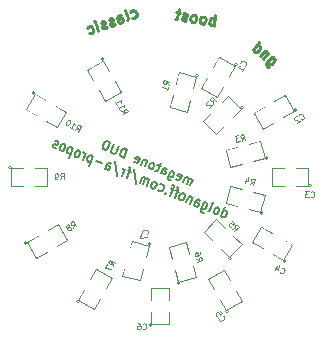
<source format=gbo>
%FSLAX46Y46*%
G04 Gerber Fmt 4.6, Leading zero omitted, Abs format (unit mm)*
G04 Created by KiCad (PCBNEW (2014-10-18 BZR 5203)-product) date 03/11/2014 16:13:10*
%MOMM*%
G01*
G04 APERTURE LIST*
%ADD10C,0.100000*%
%ADD11C,0.190500*%
%ADD12C,0.222250*%
%ADD13C,0.099060*%
%ADD14C,0.109220*%
%ADD15R,0.889000X1.397000*%
%ADD16R,1.397000X0.889000*%
%ADD17C,2.000000*%
%ADD18C,2.500000*%
G04 APERTURE END LIST*
D10*
D11*
X177853222Y-81997461D02*
X178046805Y-81527791D01*
X178019150Y-81594887D02*
X177999431Y-81547512D01*
X177946162Y-81486309D01*
X177845519Y-81444827D01*
X177764596Y-81450720D01*
X177703393Y-81503988D01*
X177551292Y-81873014D01*
X177703393Y-81503988D02*
X177697500Y-81423065D01*
X177644232Y-81361862D01*
X177543589Y-81320380D01*
X177462665Y-81326273D01*
X177401463Y-81379541D01*
X177249362Y-81748568D01*
X176659328Y-81466127D02*
X176712596Y-81527329D01*
X176846788Y-81582638D01*
X176927710Y-81576746D01*
X176988913Y-81523477D01*
X177099533Y-81255095D01*
X177093639Y-81174172D01*
X177040371Y-81112969D01*
X176906180Y-81057659D01*
X176825257Y-81063553D01*
X176764055Y-81116820D01*
X176736400Y-81183917D01*
X177044223Y-81389286D01*
X176201676Y-80767284D02*
X175966610Y-81337596D01*
X175972503Y-81418520D01*
X175992223Y-81465895D01*
X176045492Y-81527097D01*
X176146135Y-81568580D01*
X176227057Y-81562687D01*
X176021919Y-81203406D02*
X176075187Y-81264608D01*
X176209379Y-81319917D01*
X176290302Y-81314025D01*
X176337677Y-81294304D01*
X176398880Y-81241036D01*
X176481844Y-81039749D01*
X176475951Y-80958826D01*
X176456231Y-80911451D01*
X176402963Y-80850248D01*
X176268771Y-80794938D01*
X176187848Y-80800832D01*
X175370683Y-80974232D02*
X175522785Y-80605206D01*
X175583988Y-80551938D01*
X175664910Y-80546045D01*
X175799102Y-80601355D01*
X175852370Y-80662557D01*
X175384511Y-80940685D02*
X175437779Y-81001887D01*
X175605518Y-81071024D01*
X175686440Y-81065132D01*
X175747644Y-81011863D01*
X175775298Y-80944768D01*
X175769405Y-80863844D01*
X175716137Y-80802642D01*
X175548398Y-80733505D01*
X175495130Y-80672302D01*
X175329432Y-80407771D02*
X175061050Y-80297151D01*
X175325580Y-80131454D02*
X175076687Y-80735314D01*
X175015484Y-80788583D01*
X174934561Y-80794476D01*
X174867466Y-80766821D01*
X174531987Y-80628546D02*
X174612910Y-80622654D01*
X174660285Y-80602933D01*
X174721488Y-80549665D01*
X174804452Y-80348378D01*
X174798559Y-80267455D01*
X174778839Y-80220080D01*
X174725571Y-80158877D01*
X174624927Y-80117395D01*
X174544005Y-80123288D01*
X174496629Y-80143009D01*
X174435426Y-80196277D01*
X174352462Y-80397563D01*
X174358355Y-80478487D01*
X174378076Y-80525862D01*
X174431344Y-80587064D01*
X174531987Y-80628546D01*
X174188805Y-79937638D02*
X173995221Y-80407308D01*
X174161150Y-80004734D02*
X174141431Y-79957359D01*
X174088162Y-79896156D01*
X173987519Y-79854674D01*
X173906596Y-79860567D01*
X173845393Y-79913835D01*
X173693292Y-80282861D01*
X173103258Y-80000421D02*
X173156526Y-80061622D01*
X173290717Y-80116932D01*
X173371640Y-80111040D01*
X173432843Y-80057771D01*
X173543462Y-79789388D01*
X173537569Y-79708465D01*
X173484301Y-79647263D01*
X173350110Y-79591953D01*
X173269187Y-79597846D01*
X173207984Y-79651114D01*
X173180329Y-79718210D01*
X173488153Y-79923580D01*
X172217187Y-79674455D02*
X172507563Y-78969951D01*
X172339824Y-78900814D01*
X172225353Y-78892880D01*
X172130603Y-78932320D01*
X172069400Y-78985589D01*
X171980543Y-79105953D01*
X171939061Y-79206596D01*
X171917299Y-79354615D01*
X171923191Y-79435537D01*
X171962632Y-79530289D01*
X172049449Y-79605318D01*
X172217187Y-79674455D01*
X171803059Y-78679575D02*
X171567993Y-79249888D01*
X171506791Y-79303157D01*
X171459415Y-79322877D01*
X171378493Y-79328770D01*
X171244301Y-79273460D01*
X171191032Y-79212258D01*
X171171313Y-79164883D01*
X171165420Y-79083959D01*
X171400486Y-78513646D01*
X170930816Y-78320063D02*
X170796625Y-78264753D01*
X170715701Y-78270646D01*
X170620951Y-78310087D01*
X170532093Y-78430450D01*
X170435302Y-78665285D01*
X170413540Y-78813304D01*
X170452980Y-78908055D01*
X170506249Y-78969257D01*
X170640441Y-79024567D01*
X170721363Y-79018674D01*
X170816113Y-78979233D01*
X170904971Y-78858869D01*
X171001763Y-78624034D01*
X171023524Y-78476015D01*
X170984084Y-78381265D01*
X170930816Y-78320063D01*
D12*
X172950063Y-67816500D02*
X173044103Y-67827323D01*
X173203224Y-67769408D01*
X173268306Y-67700669D01*
X173293607Y-67646410D01*
X173304430Y-67552370D01*
X173217557Y-67313688D01*
X173148818Y-67248607D01*
X173094559Y-67223305D01*
X173000520Y-67212483D01*
X172841399Y-67270398D01*
X172776316Y-67339136D01*
X172487178Y-68030027D02*
X172552260Y-67961288D01*
X172563082Y-67867249D01*
X172302463Y-67151204D01*
X171810912Y-68276167D02*
X171651645Y-67838584D01*
X171662468Y-67744544D01*
X171727549Y-67675806D01*
X171886671Y-67617890D01*
X171980710Y-67628713D01*
X171796433Y-68236387D02*
X171890473Y-68247210D01*
X172089375Y-68174815D01*
X172154456Y-68106077D01*
X172165279Y-68012038D01*
X172136322Y-67932477D01*
X172067583Y-67867395D01*
X171973544Y-67856572D01*
X171774642Y-67928967D01*
X171680602Y-67918145D01*
X171438411Y-68366696D02*
X171373329Y-68435435D01*
X171214208Y-68493350D01*
X171120168Y-68482527D01*
X171051431Y-68417446D01*
X171036952Y-68377665D01*
X171047774Y-68283626D01*
X171112856Y-68214887D01*
X171232197Y-68171450D01*
X171297278Y-68102713D01*
X171308101Y-68008673D01*
X171293623Y-67968893D01*
X171224884Y-67903811D01*
X171130845Y-67892989D01*
X171011504Y-67936425D01*
X170946422Y-68005163D01*
X170762145Y-68612836D02*
X170697063Y-68681575D01*
X170537942Y-68739491D01*
X170443902Y-68728667D01*
X170375165Y-68663586D01*
X170360686Y-68623805D01*
X170371508Y-68529766D01*
X170436590Y-68461028D01*
X170555931Y-68417591D01*
X170621013Y-68348854D01*
X170631836Y-68254814D01*
X170617357Y-68215034D01*
X170548618Y-68149952D01*
X170454579Y-68139129D01*
X170335238Y-68182566D01*
X170270156Y-68251304D01*
X170060578Y-68913237D02*
X169857874Y-68356312D01*
X169756522Y-68077850D02*
X169810781Y-68103151D01*
X169785479Y-68157410D01*
X169731221Y-68132109D01*
X169756522Y-68077850D01*
X169785479Y-68157410D01*
X169290273Y-69148554D02*
X169384313Y-69159377D01*
X169543434Y-69101462D01*
X169608516Y-69032723D01*
X169633817Y-68978465D01*
X169644640Y-68884425D01*
X169557767Y-68645743D01*
X169489029Y-68580662D01*
X169434769Y-68555359D01*
X169340730Y-68544537D01*
X169181609Y-68602453D01*
X169116527Y-68671190D01*
X179822391Y-68493399D02*
X179976764Y-67617905D01*
X179917956Y-67951426D02*
X179841927Y-67895034D01*
X179675166Y-67865629D01*
X179584435Y-67892617D01*
X179535393Y-67926957D01*
X179479001Y-68002985D01*
X179434894Y-68253127D01*
X179461882Y-68343858D01*
X179496222Y-68392900D01*
X179572250Y-68449292D01*
X179739011Y-68478697D01*
X179829742Y-68451708D01*
X178905207Y-68331675D02*
X178995939Y-68304686D01*
X179044980Y-68270347D01*
X179101373Y-68194318D01*
X179145480Y-67944177D01*
X179118491Y-67853446D01*
X179084152Y-67804404D01*
X179008123Y-67748012D01*
X178883052Y-67725958D01*
X178792321Y-67752946D01*
X178743279Y-67787286D01*
X178686887Y-67863315D01*
X178642781Y-68113456D01*
X178669768Y-68204187D01*
X178704108Y-68253229D01*
X178780137Y-68309622D01*
X178905207Y-68331675D01*
X178113094Y-68192004D02*
X178203826Y-68165015D01*
X178252867Y-68130676D01*
X178309260Y-68054647D01*
X178353366Y-67804506D01*
X178326378Y-67713775D01*
X178292039Y-67664733D01*
X178216009Y-67608341D01*
X178090939Y-67586287D01*
X178000208Y-67613275D01*
X177951166Y-67647615D01*
X177894774Y-67723644D01*
X177850667Y-67973785D01*
X177877655Y-68064517D01*
X177911995Y-68113558D01*
X177988023Y-68169951D01*
X178113094Y-68192004D01*
X177495093Y-68040047D02*
X177404361Y-68067035D01*
X177237601Y-68037631D01*
X177161571Y-67981238D01*
X177134583Y-67890507D01*
X177141935Y-67848816D01*
X177198327Y-67772787D01*
X177289059Y-67745799D01*
X177414129Y-67767852D01*
X177504860Y-67740864D01*
X177561253Y-67664835D01*
X177568604Y-67623145D01*
X177541616Y-67532413D01*
X177465587Y-67476021D01*
X177340516Y-67453968D01*
X177249785Y-67480955D01*
X176965304Y-67387808D02*
X176631783Y-67328999D01*
X176891691Y-67073923D02*
X176759371Y-67824347D01*
X176702979Y-67900375D01*
X176612247Y-67927364D01*
X176528867Y-67912662D01*
X184742674Y-71114632D02*
X184280081Y-71665929D01*
X184258088Y-71757999D01*
X184263305Y-71817640D01*
X184300953Y-71904491D01*
X184398240Y-71986125D01*
X184490310Y-72008119D01*
X184388926Y-71536212D02*
X184426573Y-71623064D01*
X184556290Y-71731909D01*
X184648360Y-71753903D01*
X184708000Y-71748685D01*
X184794853Y-71711038D01*
X184958121Y-71516463D01*
X184980114Y-71424393D01*
X184974896Y-71364752D01*
X184937249Y-71277900D01*
X184807532Y-71169055D01*
X184715463Y-71147061D01*
X184418382Y-70842519D02*
X184037423Y-71296528D01*
X184363959Y-70907378D02*
X184358742Y-70847737D01*
X184321094Y-70760885D01*
X184223806Y-70679251D01*
X184131737Y-70657258D01*
X184044885Y-70694904D01*
X183745560Y-71051626D01*
X183129405Y-70534611D02*
X183700843Y-69853597D01*
X183156617Y-70502181D02*
X183194264Y-70589034D01*
X183323980Y-70697879D01*
X183416051Y-70719872D01*
X183475691Y-70714654D01*
X183562543Y-70677007D01*
X183725811Y-70482432D01*
X183747804Y-70390362D01*
X183742587Y-70330721D01*
X183704939Y-70243870D01*
X183575223Y-70135024D01*
X183483153Y-70113031D01*
D11*
X180433694Y-84654925D02*
X180772466Y-83833003D01*
X180449827Y-84615785D02*
X180500790Y-84682579D01*
X180634981Y-84737889D01*
X180718209Y-84726404D01*
X180767888Y-84701093D01*
X180833701Y-84636642D01*
X180930492Y-84401807D01*
X180929208Y-84309702D01*
X180911793Y-84256735D01*
X180860829Y-84189941D01*
X180726637Y-84134631D01*
X180643410Y-84146116D01*
X179997572Y-84475168D02*
X180080801Y-84463683D01*
X180130480Y-84438372D01*
X180196292Y-84373921D01*
X180293084Y-84139086D01*
X180291799Y-84046981D01*
X180274384Y-83994014D01*
X180223420Y-83927220D01*
X180122777Y-83885738D01*
X180039550Y-83897222D01*
X179989869Y-83922534D01*
X179924058Y-83986984D01*
X179827266Y-84221819D01*
X179828550Y-84313925D01*
X179845966Y-84366891D01*
X179896929Y-84433686D01*
X179997572Y-84475168D01*
X179360163Y-84212447D02*
X179443392Y-84200962D01*
X179509203Y-84136512D01*
X179799578Y-83432008D01*
X179015698Y-83429433D02*
X178741455Y-84094798D01*
X178742739Y-84186904D01*
X178760154Y-84239870D01*
X178811118Y-84306664D01*
X178911762Y-84348147D01*
X178994989Y-84336662D01*
X178805983Y-83938241D02*
X178856946Y-84005036D01*
X178991137Y-84060346D01*
X179074366Y-84048861D01*
X179124045Y-84023549D01*
X179189857Y-83959098D01*
X179286649Y-83724263D01*
X179285364Y-83632158D01*
X179267949Y-83579191D01*
X179216985Y-83512398D01*
X179082794Y-83457088D01*
X178999567Y-83468572D01*
X178152442Y-83714660D02*
X178329894Y-83284130D01*
X178395706Y-83219679D01*
X178478933Y-83208194D01*
X178613124Y-83263504D01*
X178664088Y-83330298D01*
X178168574Y-83675520D02*
X178219537Y-83742315D01*
X178387276Y-83811452D01*
X178470504Y-83799967D01*
X178536316Y-83735517D01*
X178568580Y-83657238D01*
X178567296Y-83565132D01*
X178516332Y-83498339D01*
X178348593Y-83429202D01*
X178297630Y-83362408D01*
X178042811Y-83028438D02*
X177816963Y-83576386D01*
X178010547Y-83106716D02*
X177993132Y-83053749D01*
X177942167Y-82986956D01*
X177841524Y-82945473D01*
X177758297Y-82956958D01*
X177692485Y-83021409D01*
X177515033Y-83451939D01*
X177078911Y-83272183D02*
X177162139Y-83260698D01*
X177211818Y-83235386D01*
X177277630Y-83170935D01*
X177374422Y-82936101D01*
X177373138Y-82843995D01*
X177355723Y-82791029D01*
X177304759Y-82724235D01*
X177204115Y-82682752D01*
X177120888Y-82694237D01*
X177071208Y-82719549D01*
X177005396Y-82783999D01*
X176908604Y-83018834D01*
X176909888Y-83110940D01*
X176927304Y-83163906D01*
X176978267Y-83230700D01*
X177078911Y-83272183D01*
X176868637Y-82544478D02*
X176600254Y-82433859D01*
X176542145Y-83050944D02*
X176832521Y-82346440D01*
X176831238Y-82254334D01*
X176780273Y-82187540D01*
X176713178Y-82159886D01*
X176466063Y-82378549D02*
X176197680Y-82267930D01*
X176139571Y-82885015D02*
X176429947Y-82180511D01*
X176428664Y-82088405D01*
X176377699Y-82021611D01*
X176310604Y-81993956D01*
X175769261Y-82640807D02*
X175719582Y-82666119D01*
X175736997Y-82719086D01*
X175786677Y-82693773D01*
X175769261Y-82640807D01*
X175736997Y-82719086D01*
X175115721Y-82417225D02*
X175166684Y-82484020D01*
X175300876Y-82539329D01*
X175384104Y-82527845D01*
X175433783Y-82502533D01*
X175499595Y-82438082D01*
X175596387Y-82203247D01*
X175595103Y-82111142D01*
X175577688Y-82058175D01*
X175526723Y-81991381D01*
X175392532Y-81936072D01*
X175309305Y-81947556D01*
X174697015Y-82290436D02*
X174780243Y-82278951D01*
X174829922Y-82253640D01*
X174895734Y-82189189D01*
X174992526Y-81954354D01*
X174991242Y-81862249D01*
X174973827Y-81809282D01*
X174922863Y-81742488D01*
X174822219Y-81701006D01*
X174738992Y-81712490D01*
X174689312Y-81737802D01*
X174623500Y-81802252D01*
X174526708Y-82037087D01*
X174527992Y-82129193D01*
X174545408Y-82182159D01*
X174596371Y-82248954D01*
X174697015Y-82290436D01*
X174160249Y-82069197D02*
X174386097Y-81521249D01*
X174353833Y-81599528D02*
X174336418Y-81546561D01*
X174285454Y-81479767D01*
X174184810Y-81438285D01*
X174101583Y-81449769D01*
X174035771Y-81514220D01*
X173858319Y-81944751D01*
X174035771Y-81514220D02*
X174034487Y-81422114D01*
X173983524Y-81355321D01*
X173882881Y-81313838D01*
X173799653Y-81325322D01*
X173733841Y-81389774D01*
X173556389Y-81820304D01*
X173072598Y-80613558D02*
X173240895Y-81919207D01*
X172809350Y-80871361D02*
X172540968Y-80760742D01*
X172482858Y-81377827D02*
X172773234Y-80673322D01*
X172771951Y-80581217D01*
X172720987Y-80514423D01*
X172653891Y-80486768D01*
X172080284Y-81211897D02*
X172306132Y-80663949D01*
X172241604Y-80820506D02*
X172240321Y-80728401D01*
X172222905Y-80675434D01*
X172171942Y-80608640D01*
X172104845Y-80580985D01*
X171495850Y-79963669D02*
X171664147Y-81269319D01*
X170604181Y-80603491D02*
X170781633Y-80172961D01*
X170847445Y-80108510D01*
X170930672Y-80097026D01*
X171064863Y-80152335D01*
X171115827Y-80219129D01*
X170620313Y-80564352D02*
X170671276Y-80631146D01*
X170839015Y-80700283D01*
X170922243Y-80688798D01*
X170988055Y-80624348D01*
X171020319Y-80546070D01*
X171019035Y-80453964D01*
X170968071Y-80387170D01*
X170800332Y-80318033D01*
X170749369Y-80251239D01*
X170397758Y-80152104D02*
X169860993Y-79930865D01*
X169622306Y-79557756D02*
X169283535Y-80379678D01*
X169606174Y-79596895D02*
X169555211Y-79530102D01*
X169421020Y-79474792D01*
X169337792Y-79486276D01*
X169288112Y-79511588D01*
X169222300Y-79576038D01*
X169125508Y-79810873D01*
X169126792Y-79902979D01*
X169144209Y-79955945D01*
X169195172Y-80022740D01*
X169329363Y-80078050D01*
X169412591Y-80066564D01*
X168759049Y-79842983D02*
X168984897Y-79295035D01*
X168920369Y-79451591D02*
X168919086Y-79359487D01*
X168901670Y-79306519D01*
X168850707Y-79239726D01*
X168783611Y-79212071D01*
X168222285Y-79621745D02*
X168305513Y-79610260D01*
X168355192Y-79584948D01*
X168421004Y-79520497D01*
X168517796Y-79285663D01*
X168516512Y-79193558D01*
X168499097Y-79140591D01*
X168448133Y-79073797D01*
X168347489Y-79032315D01*
X168264262Y-79043799D01*
X168214582Y-79069111D01*
X168148770Y-79133561D01*
X168051978Y-79368396D01*
X168053262Y-79460502D01*
X168070679Y-79513468D01*
X168121642Y-79580263D01*
X168222285Y-79621745D01*
X167911367Y-78852558D02*
X167572596Y-79674480D01*
X167895235Y-78891697D02*
X167844272Y-78824903D01*
X167710081Y-78769594D01*
X167626853Y-78781078D01*
X167577173Y-78806390D01*
X167511361Y-78870840D01*
X167414569Y-79105675D01*
X167415853Y-79197781D01*
X167433270Y-79250747D01*
X167484233Y-79317542D01*
X167618424Y-79372851D01*
X167701652Y-79361366D01*
X166947467Y-79096303D02*
X167030696Y-79084818D01*
X167080375Y-79059507D01*
X167146187Y-78995056D01*
X167242979Y-78760221D01*
X167241694Y-78668116D01*
X167224279Y-78615149D01*
X167173315Y-78548355D01*
X167072672Y-78506873D01*
X166989445Y-78518357D01*
X166939764Y-78543669D01*
X166873952Y-78608119D01*
X166777161Y-78842954D01*
X166778445Y-78935060D01*
X166795861Y-78988026D01*
X166846824Y-79054821D01*
X166947467Y-79096303D01*
X166460382Y-78849752D02*
X166377154Y-78861237D01*
X166242963Y-78805927D01*
X166191999Y-78739133D01*
X166190716Y-78647028D01*
X166206848Y-78607888D01*
X166272659Y-78543438D01*
X166355887Y-78531953D01*
X166456530Y-78573435D01*
X166539758Y-78561951D01*
X166605570Y-78497500D01*
X166621702Y-78458361D01*
X166620418Y-78366255D01*
X166569454Y-78299462D01*
X166468811Y-78257979D01*
X166385583Y-78269463D01*
D13*
X181825411Y-71785692D02*
G75*
G03X181825411Y-71785692I-127000J0D01*
G01*
X181126911Y-72775559D02*
X181634911Y-71895677D01*
X181634911Y-71895677D02*
X180315089Y-71133677D01*
X180315089Y-71133677D02*
X179807089Y-72013559D01*
X179299089Y-72893441D02*
X178791089Y-73773323D01*
X178791089Y-73773323D02*
X180110911Y-74535323D01*
X180110911Y-74535323D02*
X180618911Y-73655441D01*
X186849808Y-75653411D02*
G75*
G03X186849808Y-75653411I-127000J0D01*
G01*
X185732941Y-76224911D02*
X186612823Y-75716911D01*
X186612823Y-75716911D02*
X185850823Y-74397089D01*
X185850823Y-74397089D02*
X184970941Y-74905089D01*
X184091059Y-75413089D02*
X183211177Y-75921089D01*
X183211177Y-75921089D02*
X183973177Y-77240911D01*
X183973177Y-77240911D02*
X184853059Y-76732911D01*
X188087000Y-82042000D02*
G75*
G03X188087000Y-82042000I-127000J0D01*
G01*
X186817000Y-82042000D02*
X187833000Y-82042000D01*
X187833000Y-82042000D02*
X187833000Y-80518000D01*
X187833000Y-80518000D02*
X186817000Y-80518000D01*
X185801000Y-80518000D02*
X184785000Y-80518000D01*
X184785000Y-80518000D02*
X184785000Y-82042000D01*
X184785000Y-82042000D02*
X185801000Y-82042000D01*
X185960808Y-88416911D02*
G75*
G03X185960808Y-88416911I-127000J0D01*
G01*
X184843941Y-87845411D02*
X185723823Y-88353411D01*
X185723823Y-88353411D02*
X186485823Y-87033589D01*
X186485823Y-87033589D02*
X185605941Y-86525589D01*
X184726059Y-86017589D02*
X183846177Y-85509589D01*
X183846177Y-85509589D02*
X183084177Y-86829411D01*
X183084177Y-86829411D02*
X183964059Y-87337411D01*
X181077089Y-92679308D02*
G75*
G03X181077089Y-92679308I-127000J0D01*
G01*
X180378589Y-91689441D02*
X180886589Y-92569323D01*
X180886589Y-92569323D02*
X182206411Y-91807323D01*
X182206411Y-91807323D02*
X181698411Y-90927441D01*
X181190411Y-90047559D02*
X180682411Y-89167677D01*
X180682411Y-89167677D02*
X179362589Y-89929677D01*
X179362589Y-89929677D02*
X179870589Y-90809559D01*
X174625000Y-93853000D02*
G75*
G03X174625000Y-93853000I-127000J0D01*
G01*
X174498000Y-92710000D02*
X174498000Y-93726000D01*
X174498000Y-93726000D02*
X176022000Y-93726000D01*
X176022000Y-93726000D02*
X176022000Y-92710000D01*
X176022000Y-91694000D02*
X176022000Y-90678000D01*
X176022000Y-90678000D02*
X174498000Y-90678000D01*
X174498000Y-90678000D02*
X174498000Y-91694000D01*
X174518346Y-86994477D02*
G75*
G03X174518346Y-86994477I-127000J0D01*
G01*
X174095516Y-88098530D02*
X174358476Y-87117149D01*
X174358476Y-87117149D02*
X172886405Y-86722709D01*
X172886405Y-86722709D02*
X172623445Y-87704090D01*
X172360484Y-88685470D02*
X172097524Y-89666851D01*
X172097524Y-89666851D02*
X173569595Y-90061291D01*
X173569595Y-90061291D02*
X173832555Y-89079910D01*
X178518846Y-72706977D02*
G75*
G03X178518846Y-72706977I-127000J0D01*
G01*
X178096016Y-73811030D02*
X178358976Y-72829649D01*
X178358976Y-72829649D02*
X176886905Y-72435209D01*
X176886905Y-72435209D02*
X176623945Y-73416590D01*
X176360984Y-74397970D02*
X176098024Y-75379351D01*
X176098024Y-75379351D02*
X177570095Y-75773791D01*
X177570095Y-75773791D02*
X177833055Y-74792410D01*
X182363749Y-75444382D02*
G75*
G03X182363749Y-75444382I-127000J0D01*
G01*
X181428526Y-76252605D02*
X182146946Y-75534185D01*
X182146946Y-75534185D02*
X181069315Y-74456554D01*
X181069315Y-74456554D02*
X180350895Y-75174974D01*
X179632474Y-75893395D02*
X178914054Y-76611815D01*
X178914054Y-76611815D02*
X179991685Y-77689446D01*
X179991685Y-77689446D02*
X180710105Y-76971026D01*
X184417963Y-79683725D02*
G75*
G03X184417963Y-79683725I-126999J0D01*
G01*
X183186910Y-79979555D02*
X184168291Y-79716595D01*
X184168291Y-79716595D02*
X183773851Y-78244524D01*
X183773851Y-78244524D02*
X182792470Y-78507484D01*
X181811090Y-78770445D02*
X180829709Y-79033405D01*
X180829709Y-79033405D02*
X181224149Y-80505476D01*
X181224149Y-80505476D02*
X182205530Y-80242516D01*
X184023523Y-84348346D02*
G75*
G03X184023523Y-84348346I-127000J0D01*
G01*
X182792470Y-84052516D02*
X183773851Y-84315476D01*
X183773851Y-84315476D02*
X184168291Y-82843405D01*
X184168291Y-82843405D02*
X183186910Y-82580445D01*
X182205530Y-82317484D02*
X181224149Y-82054524D01*
X181224149Y-82054524D02*
X180829709Y-83526595D01*
X180829709Y-83526595D02*
X181811090Y-83789555D01*
X181349618Y-88193249D02*
G75*
G03X181349618Y-88193249I-127000J0D01*
G01*
X180414395Y-87385026D02*
X181132815Y-88103446D01*
X181132815Y-88103446D02*
X182210446Y-87025815D01*
X182210446Y-87025815D02*
X181492026Y-86307395D01*
X180773605Y-85588974D02*
X180055185Y-84870554D01*
X180055185Y-84870554D02*
X178977554Y-85948185D01*
X178977554Y-85948185D02*
X179695974Y-86666605D01*
X176983274Y-90310964D02*
G75*
G03X176983274Y-90310964I-126999J0D01*
G01*
X176560445Y-89206910D02*
X176823405Y-90188291D01*
X176823405Y-90188291D02*
X178295476Y-89793851D01*
X178295476Y-89793851D02*
X178032516Y-88812470D01*
X177769555Y-87831090D02*
X177506595Y-86849709D01*
X177506595Y-86849709D02*
X176034524Y-87244149D01*
X176034524Y-87244149D02*
X176297484Y-88225530D01*
X168440589Y-91853808D02*
G75*
G03X168440589Y-91853808I-127000J0D01*
G01*
X168885089Y-90863941D02*
X168377089Y-91743823D01*
X168377089Y-91743823D02*
X169696911Y-92505823D01*
X169696911Y-92505823D02*
X170204911Y-91625941D01*
X170712911Y-90746059D02*
X171220911Y-89866177D01*
X171220911Y-89866177D02*
X169901089Y-89104177D01*
X169901089Y-89104177D02*
X169393089Y-89984059D01*
X164051192Y-86906589D02*
G75*
G03X164051192Y-86906589I-127000J0D01*
G01*
X164914059Y-86335089D02*
X164034177Y-86843089D01*
X164034177Y-86843089D02*
X164796177Y-88162911D01*
X164796177Y-88162911D02*
X165676059Y-87654911D01*
X166555941Y-87146911D02*
X167435823Y-86638911D01*
X167435823Y-86638911D02*
X166673823Y-85319089D01*
X166673823Y-85319089D02*
X165793941Y-85827089D01*
X162687000Y-80518000D02*
G75*
G03X162687000Y-80518000I-127000J0D01*
G01*
X163703000Y-80518000D02*
X162687000Y-80518000D01*
X162687000Y-80518000D02*
X162687000Y-82042000D01*
X162687000Y-82042000D02*
X163703000Y-82042000D01*
X164719000Y-82042000D02*
X165735000Y-82042000D01*
X165735000Y-82042000D02*
X165735000Y-80518000D01*
X165735000Y-80518000D02*
X164719000Y-80518000D01*
X164686192Y-74206589D02*
G75*
G03X164686192Y-74206589I-127000J0D01*
G01*
X165549059Y-74778089D02*
X164669177Y-74270089D01*
X164669177Y-74270089D02*
X163907177Y-75589911D01*
X163907177Y-75589911D02*
X164787059Y-76097911D01*
X165666941Y-76605911D02*
X166546823Y-77113911D01*
X166546823Y-77113911D02*
X167308823Y-75794089D01*
X167308823Y-75794089D02*
X166428941Y-75286089D01*
X170522411Y-71341192D02*
G75*
G03X170522411Y-71341192I-127000J0D01*
G01*
X170966911Y-72331059D02*
X170458911Y-71451177D01*
X170458911Y-71451177D02*
X169139089Y-72213177D01*
X169139089Y-72213177D02*
X169647089Y-73093059D01*
X170155089Y-73972941D02*
X170663089Y-74852823D01*
X170663089Y-74852823D02*
X171982911Y-74090823D01*
X171982911Y-74090823D02*
X171474911Y-73210941D01*
D14*
X182441463Y-71899130D02*
X182474012Y-71890409D01*
X182530389Y-71840416D01*
X182554216Y-71799146D01*
X182569323Y-71725326D01*
X182551880Y-71660228D01*
X182522523Y-71615765D01*
X182451896Y-71547474D01*
X182389990Y-71511732D01*
X182295534Y-71484713D01*
X182242350Y-71481521D01*
X182177252Y-71498964D01*
X182120874Y-71548956D01*
X182097047Y-71590226D01*
X182081941Y-71664046D01*
X182090663Y-71696596D01*
X182244457Y-72335664D02*
X182387423Y-72088040D01*
X182315940Y-72211852D02*
X181882598Y-71961662D01*
X181968332Y-71956133D01*
X182033430Y-71938690D01*
X182077894Y-71909333D01*
X187232577Y-76440067D02*
X187265126Y-76448788D01*
X187338946Y-76433682D01*
X187380216Y-76409854D01*
X187430209Y-76353478D01*
X187447652Y-76288380D01*
X187444459Y-76235195D01*
X187417440Y-76140740D01*
X187381699Y-76078834D01*
X187313407Y-76008206D01*
X187268944Y-75978850D01*
X187203846Y-75961407D01*
X187130026Y-75976512D01*
X187088756Y-76000340D01*
X187038764Y-76056717D01*
X187030042Y-76089267D01*
X186864960Y-76184577D02*
X186832411Y-76175855D01*
X186779226Y-76179047D01*
X186676050Y-76238616D01*
X186646692Y-76283080D01*
X186637972Y-76315629D01*
X186641163Y-76368813D01*
X186664991Y-76410084D01*
X186721368Y-76460076D01*
X187111957Y-76564734D01*
X186843698Y-76719613D01*
X188043396Y-82982707D02*
X188067224Y-83006535D01*
X188138707Y-83030362D01*
X188186362Y-83030362D01*
X188257845Y-83006535D01*
X188305500Y-82958880D01*
X188329328Y-82911224D01*
X188353156Y-82815914D01*
X188353156Y-82744431D01*
X188329328Y-82649120D01*
X188305500Y-82601465D01*
X188257845Y-82553810D01*
X188186362Y-82529982D01*
X188138707Y-82529982D01*
X188067224Y-82553810D01*
X188043396Y-82577638D01*
X187876603Y-82529982D02*
X187566844Y-82529982D01*
X187733637Y-82720603D01*
X187662155Y-82720603D01*
X187614499Y-82744431D01*
X187590672Y-82768259D01*
X187566844Y-82815914D01*
X187566844Y-82935052D01*
X187590672Y-82982707D01*
X187614499Y-83006535D01*
X187662155Y-83030362D01*
X187805120Y-83030362D01*
X187852776Y-83006535D01*
X187876603Y-82982707D01*
X185402870Y-89350463D02*
X185411591Y-89383012D01*
X185461584Y-89439389D01*
X185502854Y-89463216D01*
X185576674Y-89478323D01*
X185641772Y-89460880D01*
X185686235Y-89431523D01*
X185754526Y-89360896D01*
X185790268Y-89298990D01*
X185817287Y-89204534D01*
X185820479Y-89151350D01*
X185803036Y-89086252D01*
X185753044Y-89029874D01*
X185711774Y-89006047D01*
X185637954Y-88990941D01*
X185605404Y-88999663D01*
X185174399Y-88888391D02*
X185007606Y-89177285D01*
X185372886Y-88782877D02*
X185297357Y-89151976D01*
X185029097Y-88997096D01*
X180226933Y-93252576D02*
X180218212Y-93285125D01*
X180233318Y-93358945D01*
X180257146Y-93400215D01*
X180313522Y-93450208D01*
X180378620Y-93467651D01*
X180431805Y-93464458D01*
X180526260Y-93437439D01*
X180588166Y-93401698D01*
X180658794Y-93333406D01*
X180688150Y-93288943D01*
X180705593Y-93223845D01*
X180690488Y-93150025D01*
X180666660Y-93108755D01*
X180610283Y-93058763D01*
X180577733Y-93050041D01*
X180392643Y-92634143D02*
X180511781Y-92840496D01*
X180317341Y-92980270D01*
X180326062Y-92947720D01*
X180322870Y-92894536D01*
X180263301Y-92791359D01*
X180218838Y-92762002D01*
X180186289Y-92753281D01*
X180133104Y-92756473D01*
X180029928Y-92816042D01*
X180000571Y-92860505D01*
X179991849Y-92893054D01*
X179995042Y-92946239D01*
X180054611Y-93049415D01*
X180099074Y-93078772D01*
X180131623Y-93087494D01*
X173819396Y-94158707D02*
X173843224Y-94182535D01*
X173914707Y-94206362D01*
X173962362Y-94206362D01*
X174033845Y-94182535D01*
X174081500Y-94134880D01*
X174105328Y-94087224D01*
X174129156Y-93991914D01*
X174129156Y-93920431D01*
X174105328Y-93825120D01*
X174081500Y-93777465D01*
X174033845Y-93729810D01*
X173962362Y-93705982D01*
X173914707Y-93705982D01*
X173843224Y-93729810D01*
X173819396Y-93753638D01*
X173390499Y-93705982D02*
X173485810Y-93705982D01*
X173533465Y-93729810D01*
X173557293Y-93753638D01*
X173604948Y-93825120D01*
X173628776Y-93920431D01*
X173628776Y-94111052D01*
X173604948Y-94158707D01*
X173581120Y-94182535D01*
X173533465Y-94206362D01*
X173438155Y-94206362D01*
X173390499Y-94182535D01*
X173366672Y-94158707D01*
X173342844Y-94111052D01*
X173342844Y-93991914D01*
X173366672Y-93944259D01*
X173390499Y-93920431D01*
X173438155Y-93896603D01*
X173533465Y-93896603D01*
X173581120Y-93920431D01*
X173604948Y-93944259D01*
X173628776Y-93991914D01*
X174184202Y-86135198D02*
X174213385Y-86118349D01*
X174254902Y-86055469D01*
X174267236Y-86009438D01*
X174262722Y-85934224D01*
X174229025Y-85875859D01*
X174189160Y-85840508D01*
X174103264Y-85792824D01*
X174034217Y-85774323D01*
X173935987Y-85772671D01*
X173883788Y-85783353D01*
X173825423Y-85817050D01*
X173783906Y-85879930D01*
X173771572Y-85925961D01*
X173776087Y-86001176D01*
X173792936Y-86030359D01*
X173703734Y-86179134D02*
X173617396Y-86501355D01*
X174156229Y-86423721D01*
X176008233Y-73511032D02*
X175821246Y-73288251D01*
X176082238Y-73234843D02*
X175598908Y-73105335D01*
X175549572Y-73289461D01*
X175560254Y-73341660D01*
X175577103Y-73370843D01*
X175616967Y-73406193D01*
X175686014Y-73424694D01*
X175738212Y-73414012D01*
X175767396Y-73397163D01*
X175802745Y-73357299D01*
X175852081Y-73173173D01*
X175884893Y-73971346D02*
X175958897Y-73695157D01*
X175921895Y-73833252D02*
X175438565Y-73703744D01*
X175519946Y-73676214D01*
X175578312Y-73642517D01*
X175613662Y-73602652D01*
X179797032Y-75094592D02*
X179746487Y-74808164D01*
X179999216Y-74892408D02*
X179645394Y-74538586D01*
X179510605Y-74673375D01*
X179493757Y-74723921D01*
X179493757Y-74757619D01*
X179510605Y-74808165D01*
X179561151Y-74858711D01*
X179611697Y-74875560D01*
X179645395Y-74875560D01*
X179695940Y-74858711D01*
X179830730Y-74723921D01*
X179342119Y-74909257D02*
X179308421Y-74909257D01*
X179257875Y-74926105D01*
X179173632Y-75010348D01*
X179156783Y-75060895D01*
X179156784Y-75094592D01*
X179173632Y-75145138D01*
X179207329Y-75178836D01*
X179274724Y-75212533D01*
X179679092Y-75212533D01*
X179460059Y-75431565D01*
X182193641Y-78238564D02*
X182293081Y-77965238D01*
X182469830Y-78164560D02*
X182340322Y-77681230D01*
X182156197Y-77730566D01*
X182116333Y-77765916D01*
X182099484Y-77795099D01*
X182088802Y-77847298D01*
X182107303Y-77916345D01*
X182142653Y-77956209D01*
X182171836Y-77973058D01*
X182224034Y-77983739D01*
X182408160Y-77934403D01*
X181903024Y-77798404D02*
X181603819Y-77878575D01*
X181814265Y-78019532D01*
X181745219Y-78038033D01*
X181705354Y-78073383D01*
X181688506Y-78102566D01*
X181677824Y-78154764D01*
X181708659Y-78269843D01*
X181744009Y-78309707D01*
X181773192Y-78326556D01*
X181825391Y-78337237D01*
X181963484Y-78300235D01*
X182003349Y-78264885D01*
X182020197Y-78235702D01*
X182901968Y-81901233D02*
X183124749Y-81714246D01*
X183178157Y-81975238D02*
X183307665Y-81491908D01*
X183123539Y-81442572D01*
X183071340Y-81453254D01*
X183042157Y-81470103D01*
X183006807Y-81509967D01*
X182988306Y-81579014D01*
X182998988Y-81631212D01*
X183015837Y-81660396D01*
X183055701Y-81695745D01*
X183239827Y-81745081D01*
X182574023Y-81468007D02*
X182487685Y-81790227D01*
X182738438Y-81314717D02*
X182761012Y-81690788D01*
X182461807Y-81610616D01*
X181381907Y-85690032D02*
X181668335Y-85639487D01*
X181584091Y-85892216D02*
X181937913Y-85538394D01*
X181803124Y-85403605D01*
X181752578Y-85386757D01*
X181718880Y-85386757D01*
X181668334Y-85403605D01*
X181617788Y-85454151D01*
X181600939Y-85504697D01*
X181600939Y-85538395D01*
X181617788Y-85588940D01*
X181752578Y-85723730D01*
X181415605Y-85016086D02*
X181584091Y-85184572D01*
X181432453Y-85369908D01*
X181432453Y-85336211D01*
X181415605Y-85285664D01*
X181331361Y-85201421D01*
X181280815Y-85184572D01*
X181247117Y-85184573D01*
X181196571Y-85201421D01*
X181112328Y-85285664D01*
X181095480Y-85336211D01*
X181095479Y-85369908D01*
X181112329Y-85420454D01*
X181196572Y-85504697D01*
X181247117Y-85521546D01*
X181280815Y-85521546D01*
X178301436Y-88213641D02*
X178574762Y-88313081D01*
X178375440Y-88489830D02*
X178858770Y-88360322D01*
X178809434Y-88176197D01*
X178774084Y-88136333D01*
X178744901Y-88119484D01*
X178692702Y-88108802D01*
X178623655Y-88127303D01*
X178583791Y-88162653D01*
X178566942Y-88191836D01*
X178556261Y-88244034D01*
X178605597Y-88428160D01*
X178673759Y-87669851D02*
X178698427Y-87761914D01*
X178687745Y-87814112D01*
X178670896Y-87843295D01*
X178614184Y-87907828D01*
X178528288Y-87955512D01*
X178344162Y-88004848D01*
X178291964Y-87994166D01*
X178262780Y-87977317D01*
X178227431Y-87937453D01*
X178202763Y-87845391D01*
X178213444Y-87793192D01*
X178230293Y-87764009D01*
X178270157Y-87728659D01*
X178385236Y-87697824D01*
X178437434Y-87708506D01*
X178466617Y-87725354D01*
X178501967Y-87765219D01*
X178526635Y-87857281D01*
X178515953Y-87909480D01*
X178499104Y-87938663D01*
X178459240Y-87974013D01*
X171306733Y-88813958D02*
X171183777Y-88550372D01*
X171449699Y-88566334D02*
X171016357Y-88316144D01*
X170921047Y-88481226D01*
X170917855Y-88534411D01*
X170926577Y-88566960D01*
X170955933Y-88611423D01*
X171017839Y-88647165D01*
X171071024Y-88650357D01*
X171103573Y-88641635D01*
X171148036Y-88612278D01*
X171243346Y-88447196D01*
X170789995Y-88708215D02*
X170623201Y-88997110D01*
X171163768Y-89061581D01*
X167952404Y-85625337D02*
X167977714Y-85335587D01*
X168200028Y-85482371D02*
X167949838Y-85049029D01*
X167784756Y-85144340D01*
X167755399Y-85188803D01*
X167746678Y-85221353D01*
X167749870Y-85274537D01*
X167785611Y-85336443D01*
X167830074Y-85365800D01*
X167862624Y-85374521D01*
X167915808Y-85371329D01*
X168080890Y-85276018D01*
X167561815Y-85520679D02*
X167591171Y-85476216D01*
X167599894Y-85443667D01*
X167596701Y-85390482D01*
X167584788Y-85369847D01*
X167540325Y-85340491D01*
X167507775Y-85331769D01*
X167454591Y-85334961D01*
X167372050Y-85382616D01*
X167342692Y-85427080D01*
X167333972Y-85459629D01*
X167337163Y-85512813D01*
X167349077Y-85533448D01*
X167393541Y-85562805D01*
X167426089Y-85571527D01*
X167479274Y-85568334D01*
X167561815Y-85520679D01*
X167614999Y-85517487D01*
X167647549Y-85526208D01*
X167692012Y-85555565D01*
X167739667Y-85638106D01*
X167742859Y-85691291D01*
X167734137Y-85723840D01*
X167704781Y-85768303D01*
X167622240Y-85815958D01*
X167569055Y-85819151D01*
X167536506Y-85810429D01*
X167492043Y-85781072D01*
X167444387Y-85698531D01*
X167441196Y-85645346D01*
X167449917Y-85612798D01*
X167479274Y-85568334D01*
X166834396Y-81506362D02*
X167001190Y-81268086D01*
X167120328Y-81506362D02*
X167120328Y-81005982D01*
X166929707Y-81005982D01*
X166882052Y-81029810D01*
X166858224Y-81053638D01*
X166834396Y-81101293D01*
X166834396Y-81172776D01*
X166858224Y-81220431D01*
X166882052Y-81244259D01*
X166929707Y-81268086D01*
X167120328Y-81268086D01*
X166596120Y-81506362D02*
X166500810Y-81506362D01*
X166453155Y-81482535D01*
X166429327Y-81458707D01*
X166381672Y-81387224D01*
X166357844Y-81291914D01*
X166357844Y-81101293D01*
X166381672Y-81053638D01*
X166405499Y-81029810D01*
X166453155Y-81005982D01*
X166548465Y-81005982D01*
X166596120Y-81029810D01*
X166619948Y-81053638D01*
X166643776Y-81101293D01*
X166643776Y-81220431D01*
X166619948Y-81268086D01*
X166596120Y-81291914D01*
X166548465Y-81315741D01*
X166453155Y-81315741D01*
X166405499Y-81291914D01*
X166381672Y-81268086D01*
X166357844Y-81220431D01*
X168059395Y-77318871D02*
X168322981Y-77195915D01*
X168307019Y-77461837D02*
X168557209Y-77028495D01*
X168392127Y-76933185D01*
X168338942Y-76929993D01*
X168306393Y-76938715D01*
X168261930Y-76968071D01*
X168226188Y-77029977D01*
X168222996Y-77083162D01*
X168231718Y-77115711D01*
X168261075Y-77160174D01*
X168426157Y-77255484D01*
X167646689Y-77080595D02*
X167894313Y-77223561D01*
X167770501Y-77152078D02*
X168020691Y-76718736D01*
X168026220Y-76804470D01*
X168043663Y-76869568D01*
X168073020Y-76914032D01*
X167628620Y-76492374D02*
X167587349Y-76468546D01*
X167534165Y-76465355D01*
X167501615Y-76474076D01*
X167457153Y-76503433D01*
X167388862Y-76574060D01*
X167329293Y-76677237D01*
X167302274Y-76771692D01*
X167299081Y-76824876D01*
X167307802Y-76857426D01*
X167337159Y-76901888D01*
X167378430Y-76925716D01*
X167431615Y-76928909D01*
X167464163Y-76920187D01*
X167508627Y-76890830D01*
X167576918Y-76820203D01*
X167636487Y-76717026D01*
X167663506Y-76622571D01*
X167666698Y-76569387D01*
X167657977Y-76536838D01*
X167628620Y-76492374D01*
X171986301Y-75766257D02*
X172276051Y-75791567D01*
X172129267Y-76013881D02*
X172562609Y-75763691D01*
X172467298Y-75598609D01*
X172422835Y-75569252D01*
X172390285Y-75560531D01*
X172337101Y-75563723D01*
X172275195Y-75599464D01*
X172245838Y-75643927D01*
X172237117Y-75676477D01*
X172240309Y-75729661D01*
X172335620Y-75894743D01*
X171748025Y-75353551D02*
X171890991Y-75601175D01*
X171819508Y-75477363D02*
X172252850Y-75227173D01*
X172214771Y-75304185D01*
X172197328Y-75369283D01*
X172200520Y-75422468D01*
X171509749Y-74940845D02*
X171652715Y-75188469D01*
X171581232Y-75064657D02*
X172014574Y-74814467D01*
X171976495Y-74891479D01*
X171959052Y-74956577D01*
X171962244Y-75009762D01*
%LPC*%
D10*
G36*
X180306581Y-71275413D02*
X181516419Y-71973913D01*
X181071919Y-72743809D01*
X179862081Y-72045309D01*
X180306581Y-71275413D01*
X180306581Y-71275413D01*
G37*
G36*
X179354081Y-72925191D02*
X180563919Y-73623691D01*
X180119419Y-74393587D01*
X178909581Y-73695087D01*
X179354081Y-72925191D01*
X179354081Y-72925191D01*
G37*
G36*
X185772587Y-74515581D02*
X186471087Y-75725419D01*
X185701191Y-76169919D01*
X185002691Y-74960081D01*
X185772587Y-74515581D01*
X185772587Y-74515581D01*
G37*
G36*
X184122809Y-75468081D02*
X184821309Y-76677919D01*
X184051413Y-77122419D01*
X183352913Y-75912581D01*
X184122809Y-75468081D01*
X184122809Y-75468081D01*
G37*
D15*
X187261500Y-81280000D03*
X185356500Y-81280000D03*
D10*
G36*
X186344087Y-87025081D02*
X185645587Y-88234919D01*
X184875691Y-87790419D01*
X185574191Y-86580581D01*
X186344087Y-87025081D01*
X186344087Y-87025081D01*
G37*
G36*
X184694309Y-86072581D02*
X183995809Y-87282419D01*
X183225913Y-86837919D01*
X183924413Y-85628081D01*
X184694309Y-86072581D01*
X184694309Y-86072581D01*
G37*
G36*
X182087919Y-91729087D02*
X180878081Y-92427587D01*
X180433581Y-91657691D01*
X181643419Y-90959191D01*
X182087919Y-91729087D01*
X182087919Y-91729087D01*
G37*
G36*
X181135419Y-90079309D02*
X179925581Y-90777809D01*
X179481081Y-90007913D01*
X180690919Y-89309413D01*
X181135419Y-90079309D01*
X181135419Y-90079309D01*
G37*
D16*
X175260000Y-93154500D03*
X175260000Y-91249500D03*
D10*
G36*
X172914871Y-86861817D02*
X174264269Y-87223387D01*
X174034179Y-88082095D01*
X172684781Y-87720525D01*
X172914871Y-86861817D01*
X172914871Y-86861817D01*
G37*
G36*
X172421821Y-88701905D02*
X173771219Y-89063475D01*
X173541129Y-89922183D01*
X172191731Y-89560613D01*
X172421821Y-88701905D01*
X172421821Y-88701905D01*
G37*
G36*
X176915371Y-72574317D02*
X178264769Y-72935887D01*
X178034679Y-73794595D01*
X176685281Y-73433025D01*
X176915371Y-72574317D01*
X176915371Y-72574317D01*
G37*
G36*
X176422321Y-74414405D02*
X177771719Y-74775975D01*
X177541629Y-75634683D01*
X176192231Y-75273113D01*
X176422321Y-74414405D01*
X176422321Y-74414405D01*
G37*
G36*
X181024414Y-74591258D02*
X182012242Y-75579086D01*
X181383624Y-76207704D01*
X180395796Y-75219876D01*
X181024414Y-74591258D01*
X181024414Y-74591258D01*
G37*
G36*
X179677376Y-75938296D02*
X180665204Y-76926124D01*
X180036586Y-77554742D01*
X179048758Y-76566914D01*
X179677376Y-75938296D01*
X179677376Y-75938296D01*
G37*
G36*
X183667613Y-78338731D02*
X184029183Y-79688129D01*
X183170475Y-79918219D01*
X182808905Y-78568821D01*
X183667613Y-78338731D01*
X183667613Y-78338731D01*
G37*
G36*
X181827525Y-78831781D02*
X182189095Y-80181179D01*
X181330387Y-80411269D01*
X180968817Y-79061871D01*
X181827525Y-78831781D01*
X181827525Y-78831781D01*
G37*
G36*
X184029183Y-82871871D02*
X183667613Y-84221269D01*
X182808905Y-83991179D01*
X183170475Y-82641781D01*
X184029183Y-82871871D01*
X184029183Y-82871871D01*
G37*
G36*
X182189095Y-82378821D02*
X181827525Y-83728219D01*
X180968817Y-83498129D01*
X181330387Y-82148731D01*
X182189095Y-82378821D01*
X182189095Y-82378821D01*
G37*
G36*
X182075742Y-86980914D02*
X181087914Y-87968742D01*
X180459296Y-87340124D01*
X181447124Y-86352296D01*
X182075742Y-86980914D01*
X182075742Y-86980914D01*
G37*
G36*
X180728704Y-85633876D02*
X179740876Y-86621704D01*
X179112258Y-85993086D01*
X180100086Y-85005258D01*
X180728704Y-85633876D01*
X180728704Y-85633876D01*
G37*
G36*
X178201269Y-89687613D02*
X176851871Y-90049183D01*
X176621781Y-89190475D01*
X177971179Y-88828905D01*
X178201269Y-89687613D01*
X178201269Y-89687613D01*
G37*
G36*
X177708219Y-87847525D02*
X176358821Y-88209095D01*
X176128731Y-87350387D01*
X177478129Y-86988817D01*
X177708219Y-87847525D01*
X177708219Y-87847525D01*
G37*
G36*
X169705419Y-92364087D02*
X168495581Y-91665587D01*
X168940081Y-90895691D01*
X170149919Y-91594191D01*
X169705419Y-92364087D01*
X169705419Y-92364087D01*
G37*
G36*
X170657919Y-90714309D02*
X169448081Y-90015809D01*
X169892581Y-89245913D01*
X171102419Y-89944413D01*
X170657919Y-90714309D01*
X170657919Y-90714309D01*
G37*
G36*
X164874413Y-88044419D02*
X164175913Y-86834581D01*
X164945809Y-86390081D01*
X165644309Y-87599919D01*
X164874413Y-88044419D01*
X164874413Y-88044419D01*
G37*
G36*
X166524191Y-87091919D02*
X165825691Y-85882081D01*
X166595587Y-85437581D01*
X167294087Y-86647419D01*
X166524191Y-87091919D01*
X166524191Y-87091919D01*
G37*
D15*
X163258500Y-81280000D03*
X165163500Y-81280000D03*
D10*
G36*
X164048913Y-75598419D02*
X164747413Y-74388581D01*
X165517309Y-74833081D01*
X164818809Y-76042919D01*
X164048913Y-75598419D01*
X164048913Y-75598419D01*
G37*
G36*
X165698691Y-76550919D02*
X166397191Y-75341081D01*
X167167087Y-75785581D01*
X166468587Y-76995419D01*
X165698691Y-76550919D01*
X165698691Y-76550919D01*
G37*
G36*
X169257581Y-72291413D02*
X170467419Y-71592913D01*
X170911919Y-72362809D01*
X169702081Y-73061309D01*
X169257581Y-72291413D01*
X169257581Y-72291413D01*
G37*
G36*
X170210081Y-73941191D02*
X171419919Y-73242691D01*
X171864419Y-74012587D01*
X170654581Y-74711087D01*
X170210081Y-73941191D01*
X170210081Y-73941191D01*
G37*
D17*
X168402000Y-70104000D03*
X175260000Y-68072000D03*
X181737000Y-70104000D03*
D18*
X178132891Y-92001776D03*
X172387109Y-92001776D03*
X167411115Y-89128885D03*
X164538224Y-84152891D03*
X164538224Y-78407109D03*
X167411115Y-73431115D03*
X172387109Y-70558224D03*
X178132891Y-70558224D03*
X183108885Y-73431115D03*
X185981776Y-78407109D03*
X185981776Y-84152891D03*
X183108885Y-89128885D03*
X172550000Y-83980000D03*
X177972720Y-78567280D03*
M02*

</source>
